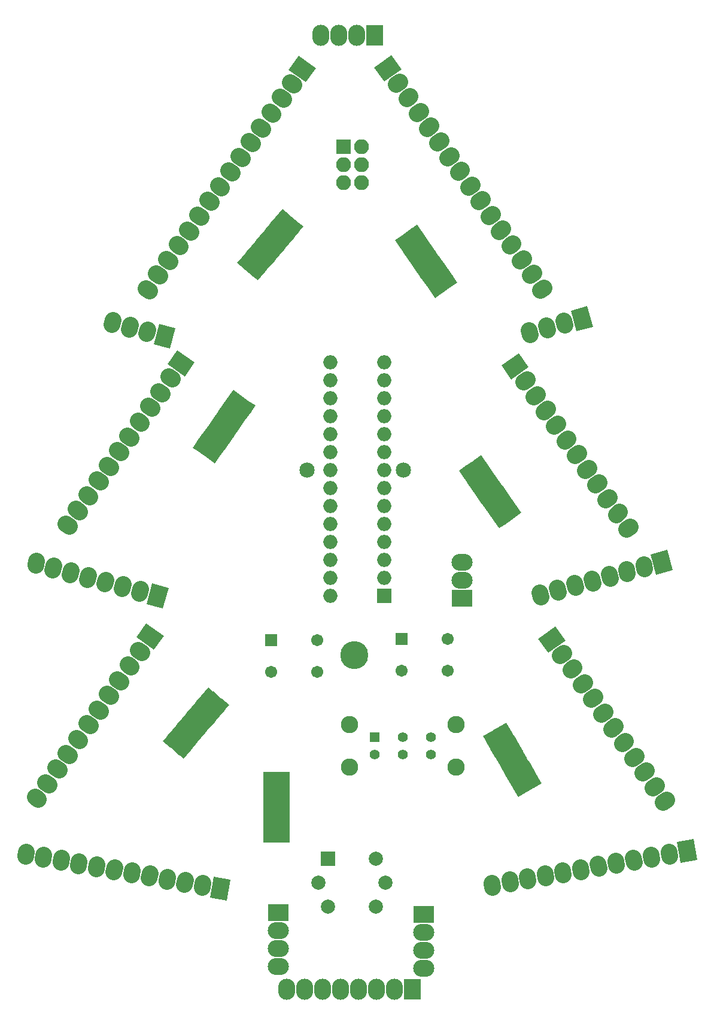
<source format=gbs>
G04 #@! TF.FileFunction,Soldermask,Bot*
%FSLAX46Y46*%
G04 Gerber Fmt 4.6, Leading zero omitted, Abs format (unit mm)*
G04 Created by KiCad (PCBNEW 4.0.7) date Sunday, November 19, 2023 'AMt' 11:29:43 AM*
%MOMM*%
%LPD*%
G01*
G04 APERTURE LIST*
%ADD10C,0.020000*%
%ADD11C,2.400000*%
%ADD12R,3.000000X2.400000*%
%ADD13O,3.000000X2.400000*%
%ADD14R,2.400000X3.000000*%
%ADD15O,2.400000X3.000000*%
%ADD16C,2.155000*%
%ADD17C,3.960000*%
%ADD18R,1.290000X1.500000*%
%ADD19C,1.702000*%
%ADD20R,1.702000X1.702000*%
%ADD21R,2.000000X2.000000*%
%ADD22O,2.000000X2.000000*%
%ADD23R,2.004000X2.004000*%
%ADD24C,2.004000*%
%ADD25R,2.100000X2.100000*%
%ADD26O,2.100000X2.100000*%
%ADD27R,1.412000X1.412000*%
%ADD28C,1.412000*%
%ADD29C,2.454000*%
G04 APERTURE END LIST*
D10*
G36*
X151808860Y-30697742D02*
X154266316Y-28977013D01*
X155642900Y-30942978D01*
X153185444Y-32663707D01*
X151808860Y-30697742D01*
X151808860Y-30697742D01*
G37*
D11*
X155428510Y-32728933D02*
X154937018Y-33073079D01*
X156885394Y-34809579D02*
X156393902Y-35153725D01*
X158342278Y-36890226D02*
X157850786Y-37234372D01*
X159799163Y-38970872D02*
X159307671Y-39315018D01*
X161256047Y-41051518D02*
X160764555Y-41395664D01*
X162712931Y-43132164D02*
X162221439Y-43476310D01*
X164169815Y-45212810D02*
X163678323Y-45556956D01*
X165626699Y-47293457D02*
X165135207Y-47637603D01*
X167083583Y-49374103D02*
X166592091Y-49718249D01*
X168540467Y-51454749D02*
X168048975Y-51798895D01*
X169997352Y-53535395D02*
X169505860Y-53879541D01*
X171454236Y-55616041D02*
X170962744Y-55960187D01*
X172911120Y-57696688D02*
X172419628Y-58040834D01*
X174368004Y-59777334D02*
X173876512Y-60121480D01*
X175824888Y-61857980D02*
X175333396Y-62202126D01*
D10*
G36*
X181949082Y-64445628D02*
X182725540Y-67343406D01*
X180407318Y-67964572D01*
X179630860Y-65066794D01*
X181949082Y-64445628D01*
X181949082Y-64445628D01*
G37*
D11*
X178802394Y-67152278D02*
X178647102Y-66572722D01*
X176348943Y-67809679D02*
X176193651Y-67230123D01*
X173895491Y-68467079D02*
X173740199Y-67887523D01*
D10*
G36*
X169786980Y-72826182D02*
X172244436Y-71105453D01*
X173621020Y-73071418D01*
X171163564Y-74792147D01*
X169786980Y-72826182D01*
X169786980Y-72826182D01*
G37*
D11*
X173406630Y-74857373D02*
X172915138Y-75201519D01*
X174863514Y-76938019D02*
X174372022Y-77282165D01*
X176320398Y-79018666D02*
X175828906Y-79362812D01*
X177777283Y-81099312D02*
X177285791Y-81443458D01*
X179234167Y-83179958D02*
X178742675Y-83524104D01*
X180691051Y-85260604D02*
X180199559Y-85604750D01*
X182147935Y-87341250D02*
X181656443Y-87685396D01*
X183604819Y-89421897D02*
X183113327Y-89766043D01*
X185061703Y-91502543D02*
X184570211Y-91846689D01*
X186518587Y-93583189D02*
X186027095Y-93927335D01*
X187975472Y-95663835D02*
X187483980Y-96007981D01*
D10*
G36*
X193226682Y-98898188D02*
X194003140Y-101795966D01*
X191684918Y-102417132D01*
X190908460Y-99519354D01*
X193226682Y-98898188D01*
X193226682Y-98898188D01*
G37*
D11*
X190079994Y-101604838D02*
X189924702Y-101025282D01*
X187626543Y-102262239D02*
X187471251Y-101682683D01*
X185173091Y-102919639D02*
X185017799Y-102340083D01*
X182719640Y-103577039D02*
X182564348Y-102997483D01*
X180266188Y-104234440D02*
X180110896Y-103654884D01*
X177812736Y-104891840D02*
X177657444Y-104312284D01*
X175359285Y-105549241D02*
X175203993Y-104969685D01*
D10*
G36*
X175006680Y-111459582D02*
X177464136Y-109738853D01*
X178840720Y-111704818D01*
X176383264Y-113425547D01*
X175006680Y-111459582D01*
X175006680Y-111459582D01*
G37*
D11*
X178626330Y-113490773D02*
X178134838Y-113834919D01*
X180083214Y-115571419D02*
X179591722Y-115915565D01*
X181540098Y-117652066D02*
X181048606Y-117996212D01*
X182996983Y-119732712D02*
X182505491Y-120076858D01*
X184453867Y-121813358D02*
X183962375Y-122157504D01*
X185910751Y-123894004D02*
X185419259Y-124238150D01*
X187367635Y-125974650D02*
X186876143Y-126318796D01*
X188824519Y-128055297D02*
X188333027Y-128399443D01*
X190281403Y-130135943D02*
X189789911Y-130480089D01*
X191738287Y-132216589D02*
X191246795Y-132560735D01*
X193195172Y-134297235D02*
X192703680Y-134641381D01*
D10*
G36*
X196945797Y-139767011D02*
X197466742Y-142721434D01*
X195103203Y-143138189D01*
X194582258Y-140183766D01*
X196945797Y-139767011D01*
X196945797Y-139767011D01*
G37*
D11*
X193575182Y-142189108D02*
X193470994Y-141598224D01*
X191073771Y-142630175D02*
X190969583Y-142039291D01*
X188572359Y-143071241D02*
X188468171Y-142480357D01*
X186070947Y-143512307D02*
X185966759Y-142921423D01*
X183569536Y-143953374D02*
X183465348Y-143362490D01*
X181068124Y-144394440D02*
X180963936Y-143803556D01*
X178566712Y-144835507D02*
X178462524Y-144244623D01*
X176065300Y-145276573D02*
X175961112Y-144685689D01*
X173563889Y-145717639D02*
X173459701Y-145126755D01*
X171062477Y-146158706D02*
X170958289Y-145567822D01*
X168561065Y-146599772D02*
X168456877Y-146008888D01*
D12*
X158775400Y-150418800D03*
D13*
X158775400Y-152958800D03*
X158775400Y-155498800D03*
X158775400Y-158038800D03*
D14*
X157187900Y-160985200D03*
D15*
X154647900Y-160985200D03*
X152107900Y-160985200D03*
X149567900Y-160985200D03*
X147027900Y-160985200D03*
X144487900Y-160985200D03*
X141947900Y-160985200D03*
X139407900Y-160985200D03*
D12*
X138252200Y-150152100D03*
D13*
X138252200Y-152692100D03*
X138252200Y-155232100D03*
X138252200Y-157772100D03*
D10*
G36*
X131469922Y-145505066D02*
X130948977Y-148459489D01*
X128585438Y-148042734D01*
X129106383Y-145088311D01*
X131469922Y-145505066D01*
X131469922Y-145505066D01*
G37*
D11*
X127474174Y-146628276D02*
X127578362Y-146037392D01*
X124972763Y-146187209D02*
X125076951Y-145596325D01*
X122471351Y-145746143D02*
X122575539Y-145155259D01*
X119969939Y-145305077D02*
X120074127Y-144714193D01*
X117468528Y-144864010D02*
X117572716Y-144273126D01*
X114967116Y-144422944D02*
X115071304Y-143832060D01*
X112465704Y-143981877D02*
X112569892Y-143390993D01*
X109964292Y-143540811D02*
X110068480Y-142949927D01*
X107462881Y-143099745D02*
X107567069Y-142508861D01*
X104961469Y-142658678D02*
X105065657Y-142067794D01*
X102460057Y-142217612D02*
X102564245Y-141626728D01*
D10*
G36*
X119553304Y-109307053D02*
X122010760Y-111027782D01*
X120634176Y-112993747D01*
X118176720Y-111273018D01*
X119553304Y-109307053D01*
X119553304Y-109307053D01*
G37*
D11*
X118882602Y-113403119D02*
X118391110Y-113058973D01*
X117425718Y-115483765D02*
X116934226Y-115139619D01*
X115968834Y-117564412D02*
X115477342Y-117220266D01*
X114511949Y-119645058D02*
X114020457Y-119300912D01*
X113055065Y-121725704D02*
X112563573Y-121381558D01*
X111598181Y-123806350D02*
X111106689Y-123462204D01*
X110141297Y-125886996D02*
X109649805Y-125542850D01*
X108684413Y-127967643D02*
X108192921Y-127623497D01*
X107227529Y-130048289D02*
X106736037Y-129704143D01*
X105770645Y-132128935D02*
X105279153Y-131784789D01*
X104313760Y-134209581D02*
X103822268Y-133865435D01*
D10*
G36*
X122692640Y-104276774D02*
X121916182Y-107174552D01*
X119597960Y-106553386D01*
X120374418Y-103655608D01*
X122692640Y-104276774D01*
X122692640Y-104276774D01*
G37*
D11*
X118614202Y-105047458D02*
X118769494Y-104467902D01*
X116160751Y-104390057D02*
X116316043Y-103810501D01*
X113707299Y-103732657D02*
X113862591Y-103153101D01*
X111253848Y-103075257D02*
X111409140Y-102495701D01*
X108800396Y-102417856D02*
X108955688Y-101838300D01*
X106346944Y-101760456D02*
X106502236Y-101180900D01*
X103893493Y-101103055D02*
X104048785Y-100523499D01*
D10*
G36*
X123675620Y-67571234D02*
X122899162Y-70469012D01*
X120580940Y-69847846D01*
X121357398Y-66950068D01*
X123675620Y-67571234D01*
X123675620Y-67571234D01*
G37*
D11*
X119597182Y-68341918D02*
X119752474Y-67762362D01*
X117143731Y-67684517D02*
X117299023Y-67104961D01*
X114690279Y-67027117D02*
X114845571Y-66447561D01*
D10*
G36*
X141077264Y-29068453D02*
X143534720Y-30789182D01*
X142158136Y-32755147D01*
X139700680Y-31034418D01*
X141077264Y-29068453D01*
X141077264Y-29068453D01*
G37*
D11*
X140406562Y-33164519D02*
X139915070Y-32820373D01*
X138949678Y-35245165D02*
X138458186Y-34901019D01*
X137492794Y-37325812D02*
X137001302Y-36981666D01*
X136035909Y-39406458D02*
X135544417Y-39062312D01*
X134579025Y-41487104D02*
X134087533Y-41142958D01*
X133122141Y-43567750D02*
X132630649Y-43223604D01*
X131665257Y-45648396D02*
X131173765Y-45304250D01*
X130208373Y-47729043D02*
X129716881Y-47384897D01*
X128751489Y-49809689D02*
X128259997Y-49465543D01*
X127294605Y-51890335D02*
X126803113Y-51546189D01*
X125837720Y-53970981D02*
X125346228Y-53626835D01*
X124380836Y-56051627D02*
X123889344Y-55707481D01*
X122923952Y-58132274D02*
X122432460Y-57788128D01*
X121467068Y-60212920D02*
X120975576Y-59868774D01*
X120010184Y-62293566D02*
X119518692Y-61949420D01*
D14*
X151858980Y-26123900D03*
D15*
X149318980Y-26123900D03*
X146778980Y-26123900D03*
X144238980Y-26123900D03*
D10*
G36*
X123906864Y-70678733D02*
X126364320Y-72399462D01*
X124987736Y-74365427D01*
X122530280Y-72644698D01*
X123906864Y-70678733D01*
X123906864Y-70678733D01*
G37*
D11*
X123236162Y-74774799D02*
X122744670Y-74430653D01*
X121779278Y-76855445D02*
X121287786Y-76511299D01*
X120322394Y-78936092D02*
X119830902Y-78591946D01*
X118865509Y-81016738D02*
X118374017Y-80672592D01*
X117408625Y-83097384D02*
X116917133Y-82753238D01*
X115951741Y-85178030D02*
X115460249Y-84833884D01*
X114494857Y-87258676D02*
X114003365Y-86914530D01*
X113037973Y-89339323D02*
X112546481Y-88995177D01*
X111581089Y-91419969D02*
X111089597Y-91075823D01*
X110124205Y-93500615D02*
X109632713Y-93156469D01*
X108667320Y-95581261D02*
X108175828Y-95237115D01*
D16*
X142305600Y-87632000D03*
X155895600Y-87632000D03*
D17*
X148935600Y-113792000D03*
D10*
G36*
X169474491Y-95869788D02*
X168614127Y-94641060D01*
X169670833Y-93901146D01*
X170531197Y-95129874D01*
X169474491Y-95869788D01*
X169474491Y-95869788D01*
G37*
G36*
X170170770Y-95382248D02*
X169310406Y-94153520D01*
X170367112Y-93413606D01*
X171227476Y-94642334D01*
X170170770Y-95382248D01*
X170170770Y-95382248D01*
G37*
G36*
X171563328Y-94407168D02*
X170702964Y-93178440D01*
X171759670Y-92438526D01*
X172620034Y-93667254D01*
X171563328Y-94407168D01*
X171563328Y-94407168D01*
G37*
G36*
X170867049Y-94894708D02*
X170006685Y-93665980D01*
X171063391Y-92926066D01*
X171923755Y-94154794D01*
X170867049Y-94894708D01*
X170867049Y-94894708D01*
G37*
G36*
X170261209Y-94029479D02*
X169400845Y-92800751D01*
X170457551Y-92060837D01*
X171317915Y-93289565D01*
X170261209Y-94029479D01*
X170261209Y-94029479D01*
G37*
G36*
X170957488Y-93541939D02*
X170097124Y-92313211D01*
X171153830Y-91573297D01*
X172014194Y-92802025D01*
X170957488Y-93541939D01*
X170957488Y-93541939D01*
G37*
G36*
X169564930Y-94517019D02*
X168704566Y-93288291D01*
X169761272Y-92548377D01*
X170621636Y-93777105D01*
X169564930Y-94517019D01*
X169564930Y-94517019D01*
G37*
G36*
X168868650Y-95004559D02*
X168008286Y-93775831D01*
X169064992Y-93035917D01*
X169925356Y-94264645D01*
X168868650Y-95004559D01*
X168868650Y-95004559D01*
G37*
G36*
X168262810Y-94139330D02*
X167402446Y-92910602D01*
X168459152Y-92170688D01*
X169319516Y-93399416D01*
X168262810Y-94139330D01*
X168262810Y-94139330D01*
G37*
G36*
X168959090Y-93651790D02*
X168098726Y-92423062D01*
X169155432Y-91683148D01*
X170015796Y-92911876D01*
X168959090Y-93651790D01*
X168959090Y-93651790D01*
G37*
G36*
X170351648Y-92676710D02*
X169491284Y-91447982D01*
X170547990Y-90708068D01*
X171408354Y-91936796D01*
X170351648Y-92676710D01*
X170351648Y-92676710D01*
G37*
G36*
X169655369Y-93164250D02*
X168795005Y-91935522D01*
X169851711Y-91195608D01*
X170712075Y-92424336D01*
X169655369Y-93164250D01*
X169655369Y-93164250D01*
G37*
G36*
X169049529Y-92299020D02*
X168189165Y-91070292D01*
X169245871Y-90330378D01*
X170106235Y-91559106D01*
X169049529Y-92299020D01*
X169049529Y-92299020D01*
G37*
G36*
X169745808Y-91811480D02*
X168885444Y-90582752D01*
X169942150Y-89842838D01*
X170802514Y-91071566D01*
X169745808Y-91811480D01*
X169745808Y-91811480D01*
G37*
G36*
X168353249Y-92786560D02*
X167492885Y-91557832D01*
X168549591Y-90817918D01*
X169409955Y-92046646D01*
X168353249Y-92786560D01*
X168353249Y-92786560D01*
G37*
G36*
X167656970Y-93274100D02*
X166796606Y-92045372D01*
X167853312Y-91305458D01*
X168713676Y-92534186D01*
X167656970Y-93274100D01*
X167656970Y-93274100D01*
G37*
G36*
X167051130Y-92408871D02*
X166190766Y-91180143D01*
X167247472Y-90440229D01*
X168107836Y-91668957D01*
X167051130Y-92408871D01*
X167051130Y-92408871D01*
G37*
G36*
X167747409Y-91921331D02*
X166887045Y-90692603D01*
X167943751Y-89952689D01*
X168804115Y-91181417D01*
X167747409Y-91921331D01*
X167747409Y-91921331D01*
G37*
G36*
X169139968Y-90946251D02*
X168279604Y-89717523D01*
X169336310Y-88977609D01*
X170196674Y-90206337D01*
X169139968Y-90946251D01*
X169139968Y-90946251D01*
G37*
G36*
X168443689Y-91433791D02*
X167583325Y-90205063D01*
X168640031Y-89465149D01*
X169500395Y-90693877D01*
X168443689Y-91433791D01*
X168443689Y-91433791D01*
G37*
G36*
X167837849Y-90568562D02*
X166977485Y-89339834D01*
X168034191Y-88599920D01*
X168894555Y-89828648D01*
X167837849Y-90568562D01*
X167837849Y-90568562D01*
G37*
G36*
X168534128Y-90081022D02*
X167673764Y-88852294D01*
X168730470Y-88112380D01*
X169590834Y-89341108D01*
X168534128Y-90081022D01*
X168534128Y-90081022D01*
G37*
G36*
X167141569Y-91056102D02*
X166281205Y-89827374D01*
X167337911Y-89087460D01*
X168198275Y-90316188D01*
X167141569Y-91056102D01*
X167141569Y-91056102D01*
G37*
G36*
X166445290Y-91543642D02*
X165584926Y-90314914D01*
X166641632Y-89575000D01*
X167501996Y-90803728D01*
X166445290Y-91543642D01*
X166445290Y-91543642D01*
G37*
G36*
X165839450Y-90678412D02*
X164979086Y-89449684D01*
X166035792Y-88709770D01*
X166896156Y-89938498D01*
X165839450Y-90678412D01*
X165839450Y-90678412D01*
G37*
G36*
X166535729Y-90190872D02*
X165675365Y-88962144D01*
X166732071Y-88222230D01*
X167592435Y-89450958D01*
X166535729Y-90190872D01*
X166535729Y-90190872D01*
G37*
G36*
X167928288Y-89215792D02*
X167067924Y-87987064D01*
X168124630Y-87247150D01*
X168984994Y-88475878D01*
X167928288Y-89215792D01*
X167928288Y-89215792D01*
G37*
G36*
X167232008Y-89703332D02*
X166371644Y-88474604D01*
X167428350Y-87734690D01*
X168288714Y-88963418D01*
X167232008Y-89703332D01*
X167232008Y-89703332D01*
G37*
G36*
X166626168Y-88838103D02*
X165765804Y-87609375D01*
X166822510Y-86869461D01*
X167682874Y-88098189D01*
X166626168Y-88838103D01*
X166626168Y-88838103D01*
G37*
G36*
X167322448Y-88350563D02*
X166462084Y-87121835D01*
X167518790Y-86381921D01*
X168379154Y-87610649D01*
X167322448Y-88350563D01*
X167322448Y-88350563D01*
G37*
G36*
X165929889Y-89325643D02*
X165069525Y-88096915D01*
X166126231Y-87357001D01*
X166986595Y-88585729D01*
X165929889Y-89325643D01*
X165929889Y-89325643D01*
G37*
G36*
X165233610Y-89813183D02*
X164373246Y-88584455D01*
X165429952Y-87844541D01*
X166290316Y-89073269D01*
X165233610Y-89813183D01*
X165233610Y-89813183D01*
G37*
G36*
X164627770Y-88947954D02*
X163767406Y-87719226D01*
X164824112Y-86979312D01*
X165684476Y-88208040D01*
X164627770Y-88947954D01*
X164627770Y-88947954D01*
G37*
G36*
X165324049Y-88460414D02*
X164463685Y-87231686D01*
X165520391Y-86491772D01*
X166380755Y-87720500D01*
X165324049Y-88460414D01*
X165324049Y-88460414D01*
G37*
G36*
X166716607Y-87485334D02*
X165856243Y-86256606D01*
X166912949Y-85516692D01*
X167773313Y-86745420D01*
X166716607Y-87485334D01*
X166716607Y-87485334D01*
G37*
G36*
X166020328Y-87972874D02*
X165159964Y-86744146D01*
X166216670Y-86004232D01*
X167077034Y-87232960D01*
X166020328Y-87972874D01*
X166020328Y-87972874D01*
G37*
G36*
X132410047Y-58345159D02*
X133374228Y-57196093D01*
X134362425Y-58025289D01*
X133398244Y-59174355D01*
X132410047Y-58345159D01*
X132410047Y-58345159D01*
G37*
G36*
X133061184Y-58891528D02*
X134025365Y-57742462D01*
X135013562Y-58571658D01*
X134049381Y-59720724D01*
X133061184Y-58891528D01*
X133061184Y-58891528D01*
G37*
G36*
X134363460Y-59984267D02*
X135327641Y-58835201D01*
X136315838Y-59664397D01*
X135351657Y-60813463D01*
X134363460Y-59984267D01*
X134363460Y-59984267D01*
G37*
G36*
X133712322Y-59437898D02*
X134676503Y-58288832D01*
X135664700Y-59118028D01*
X134700519Y-60267094D01*
X133712322Y-59437898D01*
X133712322Y-59437898D01*
G37*
G36*
X134391267Y-58628763D02*
X135355448Y-57479697D01*
X136343645Y-58308893D01*
X135379464Y-59457959D01*
X134391267Y-58628763D01*
X134391267Y-58628763D01*
G37*
G36*
X135042404Y-59175133D02*
X136006585Y-58026067D01*
X136994782Y-58855263D01*
X136030601Y-60004329D01*
X135042404Y-59175133D01*
X135042404Y-59175133D01*
G37*
G36*
X133740129Y-58082394D02*
X134704310Y-56933328D01*
X135692507Y-57762524D01*
X134728326Y-58911590D01*
X133740129Y-58082394D01*
X133740129Y-58082394D01*
G37*
G36*
X133088991Y-57536024D02*
X134053172Y-56386958D01*
X135041369Y-57216154D01*
X134077188Y-58365220D01*
X133088991Y-57536024D01*
X133088991Y-57536024D01*
G37*
G36*
X133767936Y-56726890D02*
X134732117Y-55577824D01*
X135720314Y-56407020D01*
X134756133Y-57556086D01*
X133767936Y-56726890D01*
X133767936Y-56726890D01*
G37*
G36*
X134419073Y-57273259D02*
X135383254Y-56124193D01*
X136371451Y-56953389D01*
X135407270Y-58102455D01*
X134419073Y-57273259D01*
X134419073Y-57273259D01*
G37*
G36*
X135721349Y-58365998D02*
X136685530Y-57216932D01*
X137673727Y-58046128D01*
X136709546Y-59195194D01*
X135721349Y-58365998D01*
X135721349Y-58365998D01*
G37*
G36*
X135070211Y-57819629D02*
X136034392Y-56670563D01*
X137022589Y-57499759D01*
X136058408Y-58648825D01*
X135070211Y-57819629D01*
X135070211Y-57819629D01*
G37*
G36*
X135749155Y-57010494D02*
X136713336Y-55861428D01*
X137701533Y-56690624D01*
X136737352Y-57839690D01*
X135749155Y-57010494D01*
X135749155Y-57010494D01*
G37*
G36*
X136400293Y-57556864D02*
X137364474Y-56407798D01*
X138352671Y-57236994D01*
X137388490Y-58386060D01*
X136400293Y-57556864D01*
X136400293Y-57556864D01*
G37*
G36*
X135098018Y-56464125D02*
X136062199Y-55315059D01*
X137050396Y-56144255D01*
X136086215Y-57293321D01*
X135098018Y-56464125D01*
X135098018Y-56464125D01*
G37*
G36*
X134446880Y-55917755D02*
X135411061Y-54768689D01*
X136399258Y-55597885D01*
X135435077Y-56746951D01*
X134446880Y-55917755D01*
X134446880Y-55917755D01*
G37*
G36*
X135125824Y-55108621D02*
X136090005Y-53959555D01*
X137078202Y-54788751D01*
X136114021Y-55937817D01*
X135125824Y-55108621D01*
X135125824Y-55108621D01*
G37*
G36*
X135776962Y-55654990D02*
X136741143Y-54505924D01*
X137729340Y-55335120D01*
X136765159Y-56484186D01*
X135776962Y-55654990D01*
X135776962Y-55654990D01*
G37*
G36*
X137079238Y-56747729D02*
X138043419Y-55598663D01*
X139031616Y-56427859D01*
X138067435Y-57576925D01*
X137079238Y-56747729D01*
X137079238Y-56747729D01*
G37*
G36*
X136428100Y-56201360D02*
X137392281Y-55052294D01*
X138380478Y-55881490D01*
X137416297Y-57030556D01*
X136428100Y-56201360D01*
X136428100Y-56201360D01*
G37*
G36*
X137107044Y-55392225D02*
X138071225Y-54243159D01*
X139059422Y-55072355D01*
X138095241Y-56221421D01*
X137107044Y-55392225D01*
X137107044Y-55392225D01*
G37*
G36*
X137758182Y-55938595D02*
X138722363Y-54789529D01*
X139710560Y-55618725D01*
X138746379Y-56767791D01*
X137758182Y-55938595D01*
X137758182Y-55938595D01*
G37*
G36*
X136455907Y-54845856D02*
X137420088Y-53696790D01*
X138408285Y-54525986D01*
X137444104Y-55675052D01*
X136455907Y-54845856D01*
X136455907Y-54845856D01*
G37*
G36*
X135804769Y-54299486D02*
X136768950Y-53150420D01*
X137757147Y-53979616D01*
X136792966Y-55128682D01*
X135804769Y-54299486D01*
X135804769Y-54299486D01*
G37*
G36*
X136483713Y-53490352D02*
X137447894Y-52341286D01*
X138436091Y-53170482D01*
X137471910Y-54319548D01*
X136483713Y-53490352D01*
X136483713Y-53490352D01*
G37*
G36*
X137134851Y-54036721D02*
X138099032Y-52887655D01*
X139087229Y-53716851D01*
X138123048Y-54865917D01*
X137134851Y-54036721D01*
X137134851Y-54036721D01*
G37*
G36*
X138437126Y-55129460D02*
X139401307Y-53980394D01*
X140389504Y-54809590D01*
X139425323Y-55958656D01*
X138437126Y-55129460D01*
X138437126Y-55129460D01*
G37*
G36*
X137785989Y-54583091D02*
X138750170Y-53434025D01*
X139738367Y-54263221D01*
X138774186Y-55412287D01*
X137785989Y-54583091D01*
X137785989Y-54583091D01*
G37*
G36*
X138464933Y-53773956D02*
X139429114Y-52624890D01*
X140417311Y-53454086D01*
X139453130Y-54603152D01*
X138464933Y-53773956D01*
X138464933Y-53773956D01*
G37*
G36*
X139116071Y-54320326D02*
X140080252Y-53171260D01*
X141068449Y-54000456D01*
X140104268Y-55149522D01*
X139116071Y-54320326D01*
X139116071Y-54320326D01*
G37*
G36*
X137813795Y-53227587D02*
X138777976Y-52078521D01*
X139766173Y-52907717D01*
X138801992Y-54056783D01*
X137813795Y-53227587D01*
X137813795Y-53227587D01*
G37*
G36*
X137162658Y-52681217D02*
X138126839Y-51532151D01*
X139115036Y-52361347D01*
X138150855Y-53510413D01*
X137162658Y-52681217D01*
X137162658Y-52681217D01*
G37*
G36*
X137841602Y-51872083D02*
X138805783Y-50723017D01*
X139793980Y-51552213D01*
X138829799Y-52701279D01*
X137841602Y-51872083D01*
X137841602Y-51872083D01*
G37*
G36*
X138492740Y-52418452D02*
X139456921Y-51269386D01*
X140445118Y-52098582D01*
X139480937Y-53247648D01*
X138492740Y-52418452D01*
X138492740Y-52418452D01*
G37*
G36*
X139795015Y-53511191D02*
X140759196Y-52362125D01*
X141747393Y-53191321D01*
X140783212Y-54340387D01*
X139795015Y-53511191D01*
X139795015Y-53511191D01*
G37*
G36*
X139143878Y-52964822D02*
X140108059Y-51815756D01*
X141096256Y-52644952D01*
X140132075Y-53794018D01*
X139143878Y-52964822D01*
X139143878Y-52964822D01*
G37*
G36*
X126129686Y-84457214D02*
X126990050Y-83228486D01*
X128046756Y-83968400D01*
X127186392Y-85197128D01*
X126129686Y-84457214D01*
X126129686Y-84457214D01*
G37*
G36*
X126825965Y-84944754D02*
X127686329Y-83716026D01*
X128743035Y-84455940D01*
X127882671Y-85684668D01*
X126825965Y-84944754D01*
X126825965Y-84944754D01*
G37*
G36*
X128218523Y-85919834D02*
X129078887Y-84691106D01*
X130135593Y-85431020D01*
X129275229Y-86659748D01*
X128218523Y-85919834D01*
X128218523Y-85919834D01*
G37*
G36*
X127522244Y-85432294D02*
X128382608Y-84203566D01*
X129439314Y-84943480D01*
X128578950Y-86172208D01*
X127522244Y-85432294D01*
X127522244Y-85432294D01*
G37*
G36*
X128128084Y-84567065D02*
X128988448Y-83338337D01*
X130045154Y-84078251D01*
X129184790Y-85306979D01*
X128128084Y-84567065D01*
X128128084Y-84567065D01*
G37*
G36*
X128824364Y-85054605D02*
X129684728Y-83825877D01*
X130741434Y-84565791D01*
X129881070Y-85794519D01*
X128824364Y-85054605D01*
X128824364Y-85054605D01*
G37*
G36*
X127431805Y-84079525D02*
X128292169Y-82850797D01*
X129348875Y-83590711D01*
X128488511Y-84819439D01*
X127431805Y-84079525D01*
X127431805Y-84079525D01*
G37*
G36*
X126735526Y-83591985D02*
X127595890Y-82363257D01*
X128652596Y-83103171D01*
X127792232Y-84331899D01*
X126735526Y-83591985D01*
X126735526Y-83591985D01*
G37*
G36*
X127341366Y-82726756D02*
X128201730Y-81498028D01*
X129258436Y-82237942D01*
X128398072Y-83466670D01*
X127341366Y-82726756D01*
X127341366Y-82726756D01*
G37*
G36*
X128037645Y-83214296D02*
X128898009Y-81985568D01*
X129954715Y-82725482D01*
X129094351Y-83954210D01*
X128037645Y-83214296D01*
X128037645Y-83214296D01*
G37*
G36*
X129430204Y-84189376D02*
X130290568Y-82960648D01*
X131347274Y-83700562D01*
X130486910Y-84929290D01*
X129430204Y-84189376D01*
X129430204Y-84189376D01*
G37*
G36*
X128733924Y-83701836D02*
X129594288Y-82473108D01*
X130650994Y-83213022D01*
X129790630Y-84441750D01*
X128733924Y-83701836D01*
X128733924Y-83701836D01*
G37*
G36*
X129339765Y-82836606D02*
X130200129Y-81607878D01*
X131256835Y-82347792D01*
X130396471Y-83576520D01*
X129339765Y-82836606D01*
X129339765Y-82836606D01*
G37*
G36*
X130036044Y-83324146D02*
X130896408Y-82095418D01*
X131953114Y-82835332D01*
X131092750Y-84064060D01*
X130036044Y-83324146D01*
X130036044Y-83324146D01*
G37*
G36*
X128643485Y-82349066D02*
X129503849Y-81120338D01*
X130560555Y-81860252D01*
X129700191Y-83088980D01*
X128643485Y-82349066D01*
X128643485Y-82349066D01*
G37*
G36*
X127947206Y-81861526D02*
X128807570Y-80632798D01*
X129864276Y-81372712D01*
X129003912Y-82601440D01*
X127947206Y-81861526D01*
X127947206Y-81861526D01*
G37*
G36*
X128553046Y-80996297D02*
X129413410Y-79767569D01*
X130470116Y-80507483D01*
X129609752Y-81736211D01*
X128553046Y-80996297D01*
X128553046Y-80996297D01*
G37*
G36*
X129249325Y-81483837D02*
X130109689Y-80255109D01*
X131166395Y-80995023D01*
X130306031Y-82223751D01*
X129249325Y-81483837D01*
X129249325Y-81483837D01*
G37*
G36*
X130641884Y-82458917D02*
X131502248Y-81230189D01*
X132558954Y-81970103D01*
X131698590Y-83198831D01*
X130641884Y-82458917D01*
X130641884Y-82458917D01*
G37*
G36*
X129945605Y-81971377D02*
X130805969Y-80742649D01*
X131862675Y-81482563D01*
X131002311Y-82711291D01*
X129945605Y-81971377D01*
X129945605Y-81971377D01*
G37*
G36*
X130551445Y-81106148D02*
X131411809Y-79877420D01*
X132468515Y-80617334D01*
X131608151Y-81846062D01*
X130551445Y-81106148D01*
X130551445Y-81106148D01*
G37*
G36*
X131247724Y-81593688D02*
X132108088Y-80364960D01*
X133164794Y-81104874D01*
X132304430Y-82333602D01*
X131247724Y-81593688D01*
X131247724Y-81593688D01*
G37*
G36*
X129855165Y-80618608D02*
X130715529Y-79389880D01*
X131772235Y-80129794D01*
X130911871Y-81358522D01*
X129855165Y-80618608D01*
X129855165Y-80618608D01*
G37*
G36*
X129158886Y-80131068D02*
X130019250Y-78902340D01*
X131075956Y-79642254D01*
X130215592Y-80870982D01*
X129158886Y-80131068D01*
X129158886Y-80131068D01*
G37*
G36*
X129764726Y-79265838D02*
X130625090Y-78037110D01*
X131681796Y-78777024D01*
X130821432Y-80005752D01*
X129764726Y-79265838D01*
X129764726Y-79265838D01*
G37*
G36*
X130461006Y-79753378D02*
X131321370Y-78524650D01*
X132378076Y-79264564D01*
X131517712Y-80493292D01*
X130461006Y-79753378D01*
X130461006Y-79753378D01*
G37*
G36*
X131853564Y-80728458D02*
X132713928Y-79499730D01*
X133770634Y-80239644D01*
X132910270Y-81468372D01*
X131853564Y-80728458D01*
X131853564Y-80728458D01*
G37*
G36*
X131157285Y-80240918D02*
X132017649Y-79012190D01*
X133074355Y-79752104D01*
X132213991Y-80980832D01*
X131157285Y-80240918D01*
X131157285Y-80240918D01*
G37*
G36*
X131763125Y-79375689D02*
X132623489Y-78146961D01*
X133680195Y-78886875D01*
X132819831Y-80115603D01*
X131763125Y-79375689D01*
X131763125Y-79375689D01*
G37*
G36*
X132459404Y-79863229D02*
X133319768Y-78634501D01*
X134376474Y-79374415D01*
X133516110Y-80603143D01*
X132459404Y-79863229D01*
X132459404Y-79863229D01*
G37*
G36*
X131066846Y-78888149D02*
X131927210Y-77659421D01*
X132983916Y-78399335D01*
X132123552Y-79628063D01*
X131066846Y-78888149D01*
X131066846Y-78888149D01*
G37*
G36*
X130370566Y-78400609D02*
X131230930Y-77171881D01*
X132287636Y-77911795D01*
X131427272Y-79140523D01*
X130370566Y-78400609D01*
X130370566Y-78400609D01*
G37*
G36*
X130976407Y-77535380D02*
X131836771Y-76306652D01*
X132893477Y-77046566D01*
X132033113Y-78275294D01*
X130976407Y-77535380D01*
X130976407Y-77535380D01*
G37*
G36*
X131672686Y-78022920D02*
X132533050Y-76794192D01*
X133589756Y-77534106D01*
X132729392Y-78762834D01*
X131672686Y-78022920D01*
X131672686Y-78022920D01*
G37*
G36*
X133065244Y-78998000D02*
X133925608Y-77769272D01*
X134982314Y-78509186D01*
X134121950Y-79737914D01*
X133065244Y-78998000D01*
X133065244Y-78998000D01*
G37*
G36*
X132368965Y-78510460D02*
X133229329Y-77281732D01*
X134286035Y-78021646D01*
X133425671Y-79250374D01*
X132368965Y-78510460D01*
X132368965Y-78510460D01*
G37*
G36*
X160401611Y-63276508D02*
X159541247Y-62047780D01*
X160597953Y-61307866D01*
X161458317Y-62536594D01*
X160401611Y-63276508D01*
X160401611Y-63276508D01*
G37*
G36*
X161097890Y-62788968D02*
X160237526Y-61560240D01*
X161294232Y-60820326D01*
X162154596Y-62049054D01*
X161097890Y-62788968D01*
X161097890Y-62788968D01*
G37*
G36*
X162490448Y-61813888D02*
X161630084Y-60585160D01*
X162686790Y-59845246D01*
X163547154Y-61073974D01*
X162490448Y-61813888D01*
X162490448Y-61813888D01*
G37*
G36*
X161794169Y-62301428D02*
X160933805Y-61072700D01*
X161990511Y-60332786D01*
X162850875Y-61561514D01*
X161794169Y-62301428D01*
X161794169Y-62301428D01*
G37*
G36*
X161188329Y-61436199D02*
X160327965Y-60207471D01*
X161384671Y-59467557D01*
X162245035Y-60696285D01*
X161188329Y-61436199D01*
X161188329Y-61436199D01*
G37*
G36*
X161884608Y-60948659D02*
X161024244Y-59719931D01*
X162080950Y-58980017D01*
X162941314Y-60208745D01*
X161884608Y-60948659D01*
X161884608Y-60948659D01*
G37*
G36*
X160492050Y-61923739D02*
X159631686Y-60695011D01*
X160688392Y-59955097D01*
X161548756Y-61183825D01*
X160492050Y-61923739D01*
X160492050Y-61923739D01*
G37*
G36*
X159795770Y-62411279D02*
X158935406Y-61182551D01*
X159992112Y-60442637D01*
X160852476Y-61671365D01*
X159795770Y-62411279D01*
X159795770Y-62411279D01*
G37*
G36*
X159189930Y-61546050D02*
X158329566Y-60317322D01*
X159386272Y-59577408D01*
X160246636Y-60806136D01*
X159189930Y-61546050D01*
X159189930Y-61546050D01*
G37*
G36*
X159886210Y-61058510D02*
X159025846Y-59829782D01*
X160082552Y-59089868D01*
X160942916Y-60318596D01*
X159886210Y-61058510D01*
X159886210Y-61058510D01*
G37*
G36*
X161278768Y-60083430D02*
X160418404Y-58854702D01*
X161475110Y-58114788D01*
X162335474Y-59343516D01*
X161278768Y-60083430D01*
X161278768Y-60083430D01*
G37*
G36*
X160582489Y-60570970D02*
X159722125Y-59342242D01*
X160778831Y-58602328D01*
X161639195Y-59831056D01*
X160582489Y-60570970D01*
X160582489Y-60570970D01*
G37*
G36*
X159976649Y-59705740D02*
X159116285Y-58477012D01*
X160172991Y-57737098D01*
X161033355Y-58965826D01*
X159976649Y-59705740D01*
X159976649Y-59705740D01*
G37*
G36*
X160672928Y-59218200D02*
X159812564Y-57989472D01*
X160869270Y-57249558D01*
X161729634Y-58478286D01*
X160672928Y-59218200D01*
X160672928Y-59218200D01*
G37*
G36*
X159280369Y-60193280D02*
X158420005Y-58964552D01*
X159476711Y-58224638D01*
X160337075Y-59453366D01*
X159280369Y-60193280D01*
X159280369Y-60193280D01*
G37*
G36*
X158584090Y-60680820D02*
X157723726Y-59452092D01*
X158780432Y-58712178D01*
X159640796Y-59940906D01*
X158584090Y-60680820D01*
X158584090Y-60680820D01*
G37*
G36*
X157978250Y-59815591D02*
X157117886Y-58586863D01*
X158174592Y-57846949D01*
X159034956Y-59075677D01*
X157978250Y-59815591D01*
X157978250Y-59815591D01*
G37*
G36*
X158674529Y-59328051D02*
X157814165Y-58099323D01*
X158870871Y-57359409D01*
X159731235Y-58588137D01*
X158674529Y-59328051D01*
X158674529Y-59328051D01*
G37*
G36*
X160067088Y-58352971D02*
X159206724Y-57124243D01*
X160263430Y-56384329D01*
X161123794Y-57613057D01*
X160067088Y-58352971D01*
X160067088Y-58352971D01*
G37*
G36*
X159370809Y-58840511D02*
X158510445Y-57611783D01*
X159567151Y-56871869D01*
X160427515Y-58100597D01*
X159370809Y-58840511D01*
X159370809Y-58840511D01*
G37*
G36*
X158764969Y-57975282D02*
X157904605Y-56746554D01*
X158961311Y-56006640D01*
X159821675Y-57235368D01*
X158764969Y-57975282D01*
X158764969Y-57975282D01*
G37*
G36*
X159461248Y-57487742D02*
X158600884Y-56259014D01*
X159657590Y-55519100D01*
X160517954Y-56747828D01*
X159461248Y-57487742D01*
X159461248Y-57487742D01*
G37*
G36*
X158068689Y-58462822D02*
X157208325Y-57234094D01*
X158265031Y-56494180D01*
X159125395Y-57722908D01*
X158068689Y-58462822D01*
X158068689Y-58462822D01*
G37*
G36*
X157372410Y-58950362D02*
X156512046Y-57721634D01*
X157568752Y-56981720D01*
X158429116Y-58210448D01*
X157372410Y-58950362D01*
X157372410Y-58950362D01*
G37*
G36*
X156766570Y-58085132D02*
X155906206Y-56856404D01*
X156962912Y-56116490D01*
X157823276Y-57345218D01*
X156766570Y-58085132D01*
X156766570Y-58085132D01*
G37*
G36*
X157462849Y-57597592D02*
X156602485Y-56368864D01*
X157659191Y-55628950D01*
X158519555Y-56857678D01*
X157462849Y-57597592D01*
X157462849Y-57597592D01*
G37*
G36*
X158855408Y-56622512D02*
X157995044Y-55393784D01*
X159051750Y-54653870D01*
X159912114Y-55882598D01*
X158855408Y-56622512D01*
X158855408Y-56622512D01*
G37*
G36*
X158159128Y-57110052D02*
X157298764Y-55881324D01*
X158355470Y-55141410D01*
X159215834Y-56370138D01*
X158159128Y-57110052D01*
X158159128Y-57110052D01*
G37*
G36*
X157553288Y-56244823D02*
X156692924Y-55016095D01*
X157749630Y-54276181D01*
X158609994Y-55504909D01*
X157553288Y-56244823D01*
X157553288Y-56244823D01*
G37*
G36*
X158249568Y-55757283D02*
X157389204Y-54528555D01*
X158445910Y-53788641D01*
X159306274Y-55017369D01*
X158249568Y-55757283D01*
X158249568Y-55757283D01*
G37*
G36*
X156857009Y-56732363D02*
X155996645Y-55503635D01*
X157053351Y-54763721D01*
X157913715Y-55992449D01*
X156857009Y-56732363D01*
X156857009Y-56732363D01*
G37*
G36*
X156160730Y-57219903D02*
X155300366Y-55991175D01*
X156357072Y-55251261D01*
X157217436Y-56479989D01*
X156160730Y-57219903D01*
X156160730Y-57219903D01*
G37*
G36*
X155554890Y-56354674D02*
X154694526Y-55125946D01*
X155751232Y-54386032D01*
X156611596Y-55614760D01*
X155554890Y-56354674D01*
X155554890Y-56354674D01*
G37*
G36*
X156251169Y-55867134D02*
X155390805Y-54638406D01*
X156447511Y-53898492D01*
X157307875Y-55127220D01*
X156251169Y-55867134D01*
X156251169Y-55867134D01*
G37*
G36*
X157643727Y-54892054D02*
X156783363Y-53663326D01*
X157840069Y-52923412D01*
X158700433Y-54152140D01*
X157643727Y-54892054D01*
X157643727Y-54892054D01*
G37*
G36*
X156947448Y-55379594D02*
X156087084Y-54150866D01*
X157143790Y-53410952D01*
X158004154Y-54639680D01*
X156947448Y-55379594D01*
X156947448Y-55379594D01*
G37*
G36*
X121907147Y-125970119D02*
X122871328Y-124821053D01*
X123859525Y-125650249D01*
X122895344Y-126799315D01*
X121907147Y-125970119D01*
X121907147Y-125970119D01*
G37*
G36*
X122558284Y-126516488D02*
X123522465Y-125367422D01*
X124510662Y-126196618D01*
X123546481Y-127345684D01*
X122558284Y-126516488D01*
X122558284Y-126516488D01*
G37*
G36*
X123860560Y-127609227D02*
X124824741Y-126460161D01*
X125812938Y-127289357D01*
X124848757Y-128438423D01*
X123860560Y-127609227D01*
X123860560Y-127609227D01*
G37*
G36*
X123209422Y-127062858D02*
X124173603Y-125913792D01*
X125161800Y-126742988D01*
X124197619Y-127892054D01*
X123209422Y-127062858D01*
X123209422Y-127062858D01*
G37*
G36*
X123888367Y-126253723D02*
X124852548Y-125104657D01*
X125840745Y-125933853D01*
X124876564Y-127082919D01*
X123888367Y-126253723D01*
X123888367Y-126253723D01*
G37*
G36*
X124539504Y-126800093D02*
X125503685Y-125651027D01*
X126491882Y-126480223D01*
X125527701Y-127629289D01*
X124539504Y-126800093D01*
X124539504Y-126800093D01*
G37*
G36*
X123237229Y-125707354D02*
X124201410Y-124558288D01*
X125189607Y-125387484D01*
X124225426Y-126536550D01*
X123237229Y-125707354D01*
X123237229Y-125707354D01*
G37*
G36*
X122586091Y-125160984D02*
X123550272Y-124011918D01*
X124538469Y-124841114D01*
X123574288Y-125990180D01*
X122586091Y-125160984D01*
X122586091Y-125160984D01*
G37*
G36*
X123265036Y-124351850D02*
X124229217Y-123202784D01*
X125217414Y-124031980D01*
X124253233Y-125181046D01*
X123265036Y-124351850D01*
X123265036Y-124351850D01*
G37*
G36*
X123916173Y-124898219D02*
X124880354Y-123749153D01*
X125868551Y-124578349D01*
X124904370Y-125727415D01*
X123916173Y-124898219D01*
X123916173Y-124898219D01*
G37*
G36*
X125218449Y-125990958D02*
X126182630Y-124841892D01*
X127170827Y-125671088D01*
X126206646Y-126820154D01*
X125218449Y-125990958D01*
X125218449Y-125990958D01*
G37*
G36*
X124567311Y-125444589D02*
X125531492Y-124295523D01*
X126519689Y-125124719D01*
X125555508Y-126273785D01*
X124567311Y-125444589D01*
X124567311Y-125444589D01*
G37*
G36*
X125246255Y-124635454D02*
X126210436Y-123486388D01*
X127198633Y-124315584D01*
X126234452Y-125464650D01*
X125246255Y-124635454D01*
X125246255Y-124635454D01*
G37*
G36*
X125897393Y-125181824D02*
X126861574Y-124032758D01*
X127849771Y-124861954D01*
X126885590Y-126011020D01*
X125897393Y-125181824D01*
X125897393Y-125181824D01*
G37*
G36*
X124595118Y-124089085D02*
X125559299Y-122940019D01*
X126547496Y-123769215D01*
X125583315Y-124918281D01*
X124595118Y-124089085D01*
X124595118Y-124089085D01*
G37*
G36*
X123943980Y-123542715D02*
X124908161Y-122393649D01*
X125896358Y-123222845D01*
X124932177Y-124371911D01*
X123943980Y-123542715D01*
X123943980Y-123542715D01*
G37*
G36*
X124622924Y-122733581D02*
X125587105Y-121584515D01*
X126575302Y-122413711D01*
X125611121Y-123562777D01*
X124622924Y-122733581D01*
X124622924Y-122733581D01*
G37*
G36*
X125274062Y-123279950D02*
X126238243Y-122130884D01*
X127226440Y-122960080D01*
X126262259Y-124109146D01*
X125274062Y-123279950D01*
X125274062Y-123279950D01*
G37*
G36*
X126576338Y-124372689D02*
X127540519Y-123223623D01*
X128528716Y-124052819D01*
X127564535Y-125201885D01*
X126576338Y-124372689D01*
X126576338Y-124372689D01*
G37*
G36*
X125925200Y-123826320D02*
X126889381Y-122677254D01*
X127877578Y-123506450D01*
X126913397Y-124655516D01*
X125925200Y-123826320D01*
X125925200Y-123826320D01*
G37*
G36*
X126604144Y-123017185D02*
X127568325Y-121868119D01*
X128556522Y-122697315D01*
X127592341Y-123846381D01*
X126604144Y-123017185D01*
X126604144Y-123017185D01*
G37*
G36*
X127255282Y-123563555D02*
X128219463Y-122414489D01*
X129207660Y-123243685D01*
X128243479Y-124392751D01*
X127255282Y-123563555D01*
X127255282Y-123563555D01*
G37*
G36*
X125953007Y-122470816D02*
X126917188Y-121321750D01*
X127905385Y-122150946D01*
X126941204Y-123300012D01*
X125953007Y-122470816D01*
X125953007Y-122470816D01*
G37*
G36*
X125301869Y-121924446D02*
X126266050Y-120775380D01*
X127254247Y-121604576D01*
X126290066Y-122753642D01*
X125301869Y-121924446D01*
X125301869Y-121924446D01*
G37*
G36*
X125980813Y-121115312D02*
X126944994Y-119966246D01*
X127933191Y-120795442D01*
X126969010Y-121944508D01*
X125980813Y-121115312D01*
X125980813Y-121115312D01*
G37*
G36*
X126631951Y-121661681D02*
X127596132Y-120512615D01*
X128584329Y-121341811D01*
X127620148Y-122490877D01*
X126631951Y-121661681D01*
X126631951Y-121661681D01*
G37*
G36*
X127934226Y-122754420D02*
X128898407Y-121605354D01*
X129886604Y-122434550D01*
X128922423Y-123583616D01*
X127934226Y-122754420D01*
X127934226Y-122754420D01*
G37*
G36*
X127283089Y-122208051D02*
X128247270Y-121058985D01*
X129235467Y-121888181D01*
X128271286Y-123037247D01*
X127283089Y-122208051D01*
X127283089Y-122208051D01*
G37*
G36*
X127962033Y-121398916D02*
X128926214Y-120249850D01*
X129914411Y-121079046D01*
X128950230Y-122228112D01*
X127962033Y-121398916D01*
X127962033Y-121398916D01*
G37*
G36*
X128613171Y-121945286D02*
X129577352Y-120796220D01*
X130565549Y-121625416D01*
X129601368Y-122774482D01*
X128613171Y-121945286D01*
X128613171Y-121945286D01*
G37*
G36*
X127310895Y-120852547D02*
X128275076Y-119703481D01*
X129263273Y-120532677D01*
X128299092Y-121681743D01*
X127310895Y-120852547D01*
X127310895Y-120852547D01*
G37*
G36*
X126659758Y-120306177D02*
X127623939Y-119157111D01*
X128612136Y-119986307D01*
X127647955Y-121135373D01*
X126659758Y-120306177D01*
X126659758Y-120306177D01*
G37*
G36*
X127338702Y-119497043D02*
X128302883Y-118347977D01*
X129291080Y-119177173D01*
X128326899Y-120326239D01*
X127338702Y-119497043D01*
X127338702Y-119497043D01*
G37*
G36*
X127989840Y-120043412D02*
X128954021Y-118894346D01*
X129942218Y-119723542D01*
X128978037Y-120872608D01*
X127989840Y-120043412D01*
X127989840Y-120043412D01*
G37*
G36*
X129292115Y-121136151D02*
X130256296Y-119987085D01*
X131244493Y-120816281D01*
X130280312Y-121965347D01*
X129292115Y-121136151D01*
X129292115Y-121136151D01*
G37*
G36*
X128640978Y-120589782D02*
X129605159Y-119440716D01*
X130593356Y-120269912D01*
X129629175Y-121418978D01*
X128640978Y-120589782D01*
X128640978Y-120589782D01*
G37*
D18*
X136680020Y-139518100D03*
X137530020Y-139518100D03*
X139230020Y-139518100D03*
X138380020Y-139518100D03*
X138380020Y-138461850D03*
X139230020Y-138461850D03*
X137530020Y-138461850D03*
X136680020Y-138461850D03*
X136680020Y-137405600D03*
X137530020Y-137405600D03*
X139230020Y-137405600D03*
X138380020Y-137405600D03*
X138380020Y-136349350D03*
X139230020Y-136349350D03*
X137530020Y-136349350D03*
X136680020Y-136349350D03*
X136680020Y-135293100D03*
X137530020Y-135293100D03*
X139230020Y-135293100D03*
X138380020Y-135293100D03*
X138380020Y-134236850D03*
X139230020Y-134236850D03*
X137530020Y-134236850D03*
X136680020Y-134236850D03*
X136680020Y-133180600D03*
X137530020Y-133180600D03*
X139230020Y-133180600D03*
X138380020Y-133180600D03*
X138380020Y-132124350D03*
X139230020Y-132124350D03*
X137530020Y-132124350D03*
X136680020Y-132124350D03*
X136680020Y-131068100D03*
X137530020Y-131068100D03*
X139230020Y-131068100D03*
X138380020Y-131068100D03*
D10*
G36*
X172150272Y-133848356D02*
X171400272Y-132549318D01*
X172517444Y-131904318D01*
X173267444Y-133203356D01*
X172150272Y-133848356D01*
X172150272Y-133848356D01*
G37*
G36*
X172886393Y-133423356D02*
X172136393Y-132124318D01*
X173253565Y-131479318D01*
X174003565Y-132778356D01*
X172886393Y-133423356D01*
X172886393Y-133423356D01*
G37*
G36*
X174358636Y-132573356D02*
X173608636Y-131274318D01*
X174725808Y-130629318D01*
X175475808Y-131928356D01*
X174358636Y-132573356D01*
X174358636Y-132573356D01*
G37*
G36*
X173622515Y-132998356D02*
X172872515Y-131699318D01*
X173989687Y-131054318D01*
X174739687Y-132353356D01*
X173622515Y-132998356D01*
X173622515Y-132998356D01*
G37*
G36*
X173094390Y-132083617D02*
X172344390Y-130784579D01*
X173461562Y-130139579D01*
X174211562Y-131438617D01*
X173094390Y-132083617D01*
X173094390Y-132083617D01*
G37*
G36*
X173830511Y-131658617D02*
X173080511Y-130359579D01*
X174197683Y-129714579D01*
X174947683Y-131013617D01*
X173830511Y-131658617D01*
X173830511Y-131658617D01*
G37*
G36*
X172358268Y-132508617D02*
X171608268Y-131209579D01*
X172725440Y-130564579D01*
X173475440Y-131863617D01*
X172358268Y-132508617D01*
X172358268Y-132508617D01*
G37*
G36*
X171622147Y-132933617D02*
X170872147Y-131634579D01*
X171989319Y-130989579D01*
X172739319Y-132288617D01*
X171622147Y-132933617D01*
X171622147Y-132933617D01*
G37*
G36*
X171094022Y-132018878D02*
X170344022Y-130719840D01*
X171461194Y-130074840D01*
X172211194Y-131373878D01*
X171094022Y-132018878D01*
X171094022Y-132018878D01*
G37*
G36*
X171830143Y-131593878D02*
X171080143Y-130294840D01*
X172197315Y-129649840D01*
X172947315Y-130948878D01*
X171830143Y-131593878D01*
X171830143Y-131593878D01*
G37*
G36*
X173302386Y-130743878D02*
X172552386Y-129444840D01*
X173669558Y-128799840D01*
X174419558Y-130098878D01*
X173302386Y-130743878D01*
X173302386Y-130743878D01*
G37*
G36*
X172566265Y-131168878D02*
X171816265Y-129869840D01*
X172933437Y-129224840D01*
X173683437Y-130523878D01*
X172566265Y-131168878D01*
X172566265Y-131168878D01*
G37*
G36*
X172038140Y-130254138D02*
X171288140Y-128955100D01*
X172405312Y-128310100D01*
X173155312Y-129609138D01*
X172038140Y-130254138D01*
X172038140Y-130254138D01*
G37*
G36*
X172774261Y-129829138D02*
X172024261Y-128530100D01*
X173141433Y-127885100D01*
X173891433Y-129184138D01*
X172774261Y-129829138D01*
X172774261Y-129829138D01*
G37*
G36*
X171302018Y-130679138D02*
X170552018Y-129380100D01*
X171669190Y-128735100D01*
X172419190Y-130034138D01*
X171302018Y-130679138D01*
X171302018Y-130679138D01*
G37*
G36*
X170565897Y-131104138D02*
X169815897Y-129805100D01*
X170933069Y-129160100D01*
X171683069Y-130459138D01*
X170565897Y-131104138D01*
X170565897Y-131104138D01*
G37*
G36*
X170037772Y-130189399D02*
X169287772Y-128890361D01*
X170404944Y-128245361D01*
X171154944Y-129544399D01*
X170037772Y-130189399D01*
X170037772Y-130189399D01*
G37*
G36*
X170773893Y-129764399D02*
X170023893Y-128465361D01*
X171141065Y-127820361D01*
X171891065Y-129119399D01*
X170773893Y-129764399D01*
X170773893Y-129764399D01*
G37*
G36*
X172246136Y-128914399D02*
X171496136Y-127615361D01*
X172613308Y-126970361D01*
X173363308Y-128269399D01*
X172246136Y-128914399D01*
X172246136Y-128914399D01*
G37*
G36*
X171510015Y-129339399D02*
X170760015Y-128040361D01*
X171877187Y-127395361D01*
X172627187Y-128694399D01*
X171510015Y-129339399D01*
X171510015Y-129339399D01*
G37*
G36*
X170981890Y-128424660D02*
X170231890Y-127125622D01*
X171349062Y-126480622D01*
X172099062Y-127779660D01*
X170981890Y-128424660D01*
X170981890Y-128424660D01*
G37*
G36*
X171718011Y-127999660D02*
X170968011Y-126700622D01*
X172085183Y-126055622D01*
X172835183Y-127354660D01*
X171718011Y-127999660D01*
X171718011Y-127999660D01*
G37*
G36*
X170245768Y-128849660D02*
X169495768Y-127550622D01*
X170612940Y-126905622D01*
X171362940Y-128204660D01*
X170245768Y-128849660D01*
X170245768Y-128849660D01*
G37*
G36*
X169509647Y-129274660D02*
X168759647Y-127975622D01*
X169876819Y-127330622D01*
X170626819Y-128629660D01*
X169509647Y-129274660D01*
X169509647Y-129274660D01*
G37*
G36*
X168981522Y-128359920D02*
X168231522Y-127060882D01*
X169348694Y-126415882D01*
X170098694Y-127714920D01*
X168981522Y-128359920D01*
X168981522Y-128359920D01*
G37*
G36*
X169717643Y-127934920D02*
X168967643Y-126635882D01*
X170084815Y-125990882D01*
X170834815Y-127289920D01*
X169717643Y-127934920D01*
X169717643Y-127934920D01*
G37*
G36*
X171189886Y-127084920D02*
X170439886Y-125785882D01*
X171557058Y-125140882D01*
X172307058Y-126439920D01*
X171189886Y-127084920D01*
X171189886Y-127084920D01*
G37*
G36*
X170453765Y-127509920D02*
X169703765Y-126210882D01*
X170820937Y-125565882D01*
X171570937Y-126864920D01*
X170453765Y-127509920D01*
X170453765Y-127509920D01*
G37*
G36*
X169925640Y-126595181D02*
X169175640Y-125296143D01*
X170292812Y-124651143D01*
X171042812Y-125950181D01*
X169925640Y-126595181D01*
X169925640Y-126595181D01*
G37*
G36*
X170661761Y-126170181D02*
X169911761Y-124871143D01*
X171028933Y-124226143D01*
X171778933Y-125525181D01*
X170661761Y-126170181D01*
X170661761Y-126170181D01*
G37*
G36*
X169189518Y-127020181D02*
X168439518Y-125721143D01*
X169556690Y-125076143D01*
X170306690Y-126375181D01*
X169189518Y-127020181D01*
X169189518Y-127020181D01*
G37*
G36*
X168453397Y-127445181D02*
X167703397Y-126146143D01*
X168820569Y-125501143D01*
X169570569Y-126800181D01*
X168453397Y-127445181D01*
X168453397Y-127445181D01*
G37*
G36*
X167925272Y-126530442D02*
X167175272Y-125231404D01*
X168292444Y-124586404D01*
X169042444Y-125885442D01*
X167925272Y-126530442D01*
X167925272Y-126530442D01*
G37*
G36*
X168661393Y-126105442D02*
X167911393Y-124806404D01*
X169028565Y-124161404D01*
X169778565Y-125460442D01*
X168661393Y-126105442D01*
X168661393Y-126105442D01*
G37*
G36*
X170133636Y-125255442D02*
X169383636Y-123956404D01*
X170500808Y-123311404D01*
X171250808Y-124610442D01*
X170133636Y-125255442D01*
X170133636Y-125255442D01*
G37*
G36*
X169397515Y-125680442D02*
X168647515Y-124381404D01*
X169764687Y-123736404D01*
X170514687Y-125035442D01*
X169397515Y-125680442D01*
X169397515Y-125680442D01*
G37*
D12*
X164249100Y-105727500D03*
D13*
X164249100Y-103187500D03*
X164249100Y-100647500D03*
D19*
X137237400Y-116130900D03*
D20*
X137237400Y-111630900D03*
D19*
X143737400Y-116130900D03*
X143737400Y-111630900D03*
X155677800Y-116016600D03*
D20*
X155677800Y-111516600D03*
D19*
X162177800Y-116016600D03*
X162177800Y-111516600D03*
D21*
X153212800Y-105359200D03*
D22*
X145592800Y-72339200D03*
X153212800Y-102819200D03*
X145592800Y-74879200D03*
X153212800Y-100279200D03*
X145592800Y-77419200D03*
X153212800Y-97739200D03*
X145592800Y-79959200D03*
X153212800Y-95199200D03*
X145592800Y-82499200D03*
X153212800Y-92659200D03*
X145592800Y-85039200D03*
X153212800Y-90119200D03*
X145592800Y-87579200D03*
X153212800Y-87579200D03*
X145592800Y-90119200D03*
X153212800Y-85039200D03*
X145592800Y-92659200D03*
X153212800Y-82499200D03*
X145592800Y-95199200D03*
X153212800Y-79959200D03*
X145592800Y-97739200D03*
X153212800Y-77419200D03*
X145592800Y-100279200D03*
X153212800Y-74879200D03*
X145592800Y-102819200D03*
X153212800Y-72339200D03*
X145592800Y-105359200D03*
D23*
X145269340Y-142602340D03*
D24*
X143878100Y-145961100D03*
X145269340Y-149319860D03*
X151986860Y-149319860D03*
X153378100Y-145961100D03*
X151986860Y-142602340D03*
D25*
X147480020Y-41869360D03*
D26*
X150020020Y-41869360D03*
X147480020Y-44409360D03*
X150020020Y-44409360D03*
X147480020Y-46949360D03*
X150020020Y-46949360D03*
D27*
X151829000Y-125369000D03*
D28*
X151829000Y-127869000D03*
X155829000Y-125369000D03*
X155829000Y-127869000D03*
X159829000Y-125369000D03*
X159829000Y-127869000D03*
D29*
X148329000Y-123619000D03*
X148329000Y-129619000D03*
X163329000Y-123619000D03*
X163329000Y-129619000D03*
M02*

</source>
